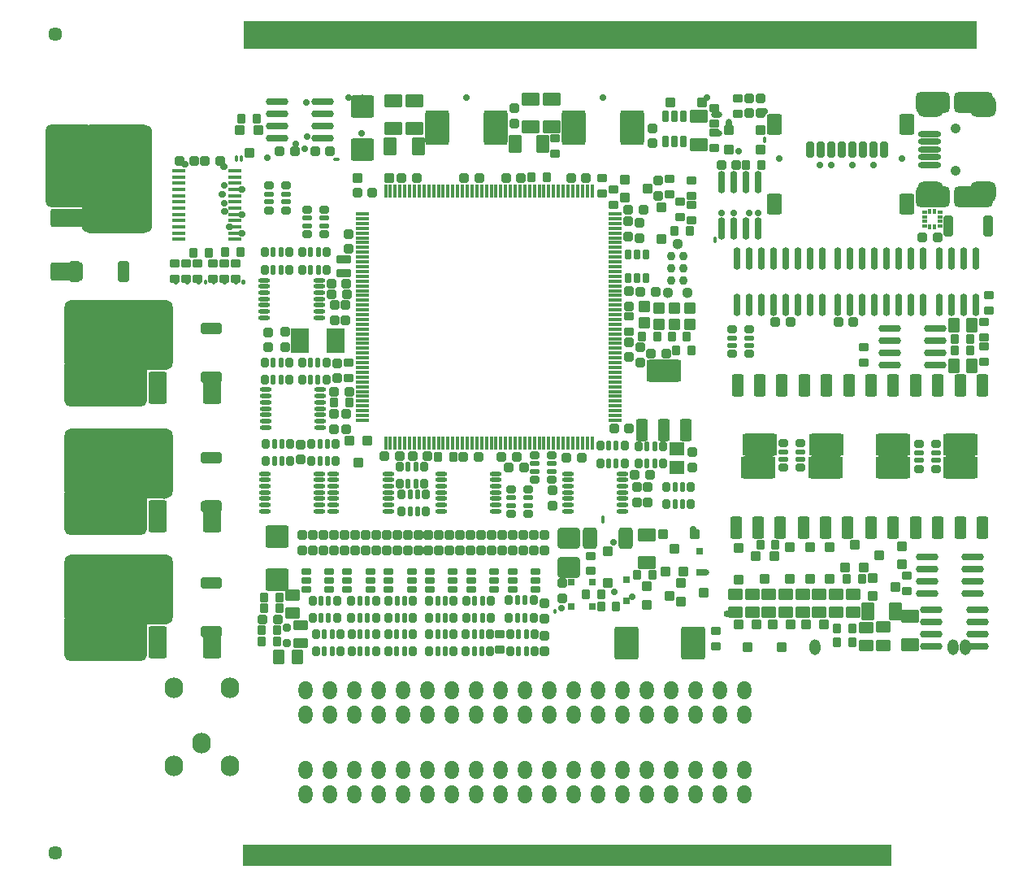
<source format=gts>
G75*
G70*
%OFA0B0*%
%FSLAX25Y25*%
%IPPOS*%
%LPD*%
%AMOC8*
5,1,8,0,0,1.08239X$1,22.5*
%
%AMM100*
21,1,0.044880,0.049210,0.000000,0.000000,90.000000*
21,1,0.031500,0.062600,0.000000,0.000000,90.000000*
1,1,0.013390,0.024610,0.015750*
1,1,0.013390,0.024610,-0.015750*
1,1,0.013390,-0.024610,-0.015750*
1,1,0.013390,-0.024610,0.015750*
%
%AMM111*
21,1,0.100000,0.111020,0.000000,0.000000,180.000000*
21,1,0.075590,0.135430,0.000000,0.000000,180.000000*
1,1,0.024410,-0.037800,0.055510*
1,1,0.024410,0.037800,0.055510*
1,1,0.024410,0.037800,-0.055510*
1,1,0.024410,-0.037800,-0.055510*
%
%AMM112*
21,1,0.029130,0.018900,0.000000,0.000000,270.000000*
21,1,0.018900,0.029130,0.000000,0.000000,270.000000*
1,1,0.010240,-0.009450,-0.009450*
1,1,0.010240,-0.009450,0.009450*
1,1,0.010240,0.009450,0.009450*
1,1,0.010240,0.009450,-0.009450*
%
%AMM113*
21,1,0.041340,0.026770,0.000000,0.000000,0.000000*
21,1,0.029130,0.038980,0.000000,0.000000,0.000000*
1,1,0.012210,0.014570,-0.013390*
1,1,0.012210,-0.014570,-0.013390*
1,1,0.012210,-0.014570,0.013390*
1,1,0.012210,0.014570,0.013390*
%
%AMM114*
21,1,0.029130,0.018900,0.000000,0.000000,180.000000*
21,1,0.018900,0.029130,0.000000,0.000000,180.000000*
1,1,0.010240,-0.009450,0.009450*
1,1,0.010240,0.009450,0.009450*
1,1,0.010240,0.009450,-0.009450*
1,1,0.010240,-0.009450,-0.009450*
%
%AMM115*
21,1,0.040950,0.030320,0.000000,0.000000,0.000000*
21,1,0.028350,0.042910,0.000000,0.000000,0.000000*
1,1,0.012600,0.014170,-0.015160*
1,1,0.012600,-0.014170,-0.015160*
1,1,0.012600,-0.014170,0.015160*
1,1,0.012600,0.014170,0.015160*
%
%AMM116*
21,1,0.084250,0.070870,0.000000,0.000000,270.000000*
21,1,0.062990,0.092130,0.000000,0.000000,270.000000*
1,1,0.021260,-0.035430,-0.031500*
1,1,0.021260,-0.035430,0.031500*
1,1,0.021260,0.035430,0.031500*
1,1,0.021260,0.035430,-0.031500*
%
%AMM117*
21,1,0.056690,0.068500,0.000000,0.000000,180.000000*
21,1,0.040950,0.084250,0.000000,0.000000,180.000000*
1,1,0.015750,-0.020470,0.034250*
1,1,0.015750,0.020470,0.034250*
1,1,0.015750,0.020470,-0.034250*
1,1,0.015750,-0.020470,-0.034250*
%
%AMM118*
21,1,0.038980,0.026770,0.000000,0.000000,90.000000*
21,1,0.026770,0.038980,0.000000,0.000000,90.000000*
1,1,0.012210,0.013390,0.013390*
1,1,0.012210,0.013390,-0.013390*
1,1,0.012210,-0.013390,-0.013390*
1,1,0.012210,-0.013390,0.013390*
%
%AMM119*
21,1,0.041340,0.026770,0.000000,0.000000,90.000000*
21,1,0.029130,0.038980,0.000000,0.000000,90.000000*
1,1,0.012210,0.013390,0.014570*
1,1,0.012210,0.013390,-0.014570*
1,1,0.012210,-0.013390,-0.014570*
1,1,0.012210,-0.013390,0.014570*
%
%AMM120*
21,1,0.076380,0.036220,0.000000,0.000000,180.000000*
21,1,0.061810,0.050790,0.000000,0.000000,180.000000*
1,1,0.014570,-0.030910,0.018110*
1,1,0.014570,0.030910,0.018110*
1,1,0.014570,0.030910,-0.018110*
1,1,0.014570,-0.030910,-0.018110*
%
%AMM125*
21,1,0.076380,0.036220,0.000000,0.000000,90.000000*
21,1,0.061810,0.050790,0.000000,0.000000,90.000000*
1,1,0.014570,0.018110,0.030910*
1,1,0.014570,0.018110,-0.030910*
1,1,0.014570,-0.018110,-0.030910*
1,1,0.014570,-0.018110,0.030910*
%
%AMM126*
21,1,0.092130,0.073230,0.000000,0.000000,90.000000*
21,1,0.069290,0.096060,0.000000,0.000000,90.000000*
1,1,0.022840,0.036610,0.034650*
1,1,0.022840,0.036610,-0.034650*
1,1,0.022840,-0.036610,-0.034650*
1,1,0.022840,-0.036610,0.034650*
%
%AMM127*
21,1,0.027170,0.038980,0.000000,0.000000,0.000000*
21,1,0.017320,0.048820,0.000000,0.000000,0.000000*
1,1,0.009840,0.008660,-0.019490*
1,1,0.009840,-0.008660,-0.019490*
1,1,0.009840,-0.008660,0.019490*
1,1,0.009840,0.008660,0.019490*
%
%AMM128*
21,1,0.098030,0.119290,0.000000,0.000000,180.000000*
21,1,0.074020,0.143310,0.000000,0.000000,180.000000*
1,1,0.024020,-0.037010,0.059650*
1,1,0.024020,0.037010,0.059650*
1,1,0.024020,0.037010,-0.059650*
1,1,0.024020,-0.037010,-0.059650*
%
%AMM131*
21,1,0.084250,0.045670,0.000000,0.000000,270.000000*
21,1,0.067320,0.062600,0.000000,0.000000,270.000000*
1,1,0.016930,-0.022840,-0.033660*
1,1,0.016930,-0.022840,0.033660*
1,1,0.016930,0.022840,0.033660*
1,1,0.016930,0.022840,-0.033660*
%
%AMM132*
21,1,0.064570,0.020470,0.000000,0.000000,270.000000*
21,1,0.053940,0.031100,0.000000,0.000000,270.000000*
1,1,0.010630,-0.010240,-0.026970*
1,1,0.010630,-0.010240,0.026970*
1,1,0.010630,0.010240,0.026970*
1,1,0.010630,0.010240,-0.026970*
%
%AMM139*
21,1,0.076380,0.036220,0.000000,0.000000,270.000000*
21,1,0.061810,0.050790,0.000000,0.000000,270.000000*
1,1,0.014570,-0.018110,-0.030910*
1,1,0.014570,-0.018110,0.030910*
1,1,0.014570,0.018110,0.030910*
1,1,0.014570,0.018110,-0.030910*
%
%AMM140*
21,1,0.040950,0.030320,0.000000,0.000000,90.000000*
21,1,0.028350,0.042910,0.000000,0.000000,90.000000*
1,1,0.012600,0.015160,0.014170*
1,1,0.012600,0.015160,-0.014170*
1,1,0.012600,-0.015160,-0.014170*
1,1,0.012600,-0.015160,0.014170*
%
%AMM141*
21,1,0.048820,0.075980,0.000000,0.000000,180.000000*
21,1,0.034650,0.090160,0.000000,0.000000,180.000000*
1,1,0.014170,-0.017320,0.037990*
1,1,0.014170,0.017320,0.037990*
1,1,0.014170,0.017320,-0.037990*
1,1,0.014170,-0.017320,-0.037990*
%
%AMM142*
21,1,0.048820,0.075990,0.000000,0.000000,180.000000*
21,1,0.034650,0.090160,0.000000,0.000000,180.000000*
1,1,0.014170,-0.017320,0.037990*
1,1,0.014170,0.017320,0.037990*
1,1,0.014170,0.017320,-0.037990*
1,1,0.014170,-0.017320,-0.037990*
%
%AMM143*
21,1,0.143310,0.067720,0.000000,0.000000,180.000000*
21,1,0.120870,0.090160,0.000000,0.000000,180.000000*
1,1,0.022440,-0.060430,0.033860*
1,1,0.022440,0.060430,0.033860*
1,1,0.022440,0.060430,-0.033860*
1,1,0.022440,-0.060430,-0.033860*
%
%AMM144*
21,1,0.044880,0.049210,0.000000,0.000000,0.000000*
21,1,0.031500,0.062600,0.000000,0.000000,0.000000*
1,1,0.013390,0.015750,-0.024610*
1,1,0.013390,-0.015750,-0.024610*
1,1,0.013390,-0.015750,0.024610*
1,1,0.013390,0.015750,0.024610*
%
%AMM146*
21,1,0.038980,0.026770,0.000000,0.000000,0.000000*
21,1,0.026770,0.038980,0.000000,0.000000,0.000000*
1,1,0.012210,0.013390,-0.013390*
1,1,0.012210,-0.013390,-0.013390*
1,1,0.012210,-0.013390,0.013390*
1,1,0.012210,0.013390,0.013390*
%
%AMM35*
21,1,0.015350,0.017720,0.000000,0.000000,180.000000*
21,1,0.000000,0.033070,0.000000,0.000000,180.000000*
1,1,0.015350,0.000000,0.008860*
1,1,0.015350,0.000000,0.008860*
1,1,0.015350,0.000000,-0.008860*
1,1,0.015350,0.000000,-0.008860*
%
%AMM36*
21,1,0.046850,0.070470,0.000000,0.000000,90.000000*
21,1,0.033070,0.084250,0.000000,0.000000,90.000000*
1,1,0.013780,0.035240,0.016540*
1,1,0.013780,0.035240,-0.016540*
1,1,0.013780,-0.035240,-0.016540*
1,1,0.013780,-0.035240,0.016540*
%
%AMM37*
21,1,0.444490,0.226770,0.000000,0.000000,180.000000*
21,1,0.382280,0.288980,0.000000,0.000000,180.000000*
1,1,0.062210,-0.191140,0.113390*
1,1,0.062210,0.191140,0.113390*
1,1,0.062210,0.191140,-0.113390*
1,1,0.062210,-0.191140,-0.113390*
%
%AMM38*
21,1,0.338190,0.149610,0.000000,0.000000,180.000000*
21,1,0.295280,0.192520,0.000000,0.000000,180.000000*
1,1,0.042910,-0.147640,0.074800*
1,1,0.042910,0.147640,0.074800*
1,1,0.042910,0.147640,-0.074800*
1,1,0.042910,-0.147640,-0.074800*
%
%AMM39*
21,1,0.046850,0.070470,0.000000,0.000000,0.000000*
21,1,0.033070,0.084250,0.000000,0.000000,0.000000*
1,1,0.013780,0.016540,-0.035240*
1,1,0.013780,-0.016540,-0.035240*
1,1,0.013780,-0.016540,0.035240*
1,1,0.013780,0.016540,0.035240*
%
%AMM40*
21,1,0.444490,0.226770,0.000000,0.000000,90.000000*
21,1,0.382280,0.288980,0.000000,0.000000,90.000000*
1,1,0.062210,0.113390,0.191140*
1,1,0.062210,0.113390,-0.191140*
1,1,0.062210,-0.113390,-0.191140*
1,1,0.062210,-0.113390,0.191140*
%
%AMM41*
21,1,0.338190,0.149610,0.000000,0.000000,90.000000*
21,1,0.295280,0.192520,0.000000,0.000000,90.000000*
1,1,0.042910,0.074800,0.147640*
1,1,0.042910,0.074800,-0.147640*
1,1,0.042910,-0.074800,-0.147640*
1,1,0.042910,-0.074800,0.147640*
%
%AMM42*
21,1,0.086220,0.097440,0.000000,0.000000,270.000000*
21,1,0.040350,0.143310,0.000000,0.000000,270.000000*
1,1,0.045870,-0.048720,-0.020180*
1,1,0.045870,-0.048720,0.020180*
1,1,0.045870,0.048720,0.020180*
1,1,0.045870,0.048720,-0.020180*
%
%AMM43*
21,1,0.086220,0.117130,0.000000,0.000000,270.000000*
21,1,0.040350,0.162990,0.000000,0.000000,270.000000*
1,1,0.045870,-0.058560,-0.020180*
1,1,0.045870,-0.058560,0.020180*
1,1,0.045870,0.058560,0.020180*
1,1,0.045870,0.058560,-0.020180*
%
%AMM44*
21,1,0.084250,0.059060,0.000000,0.000000,90.000000*
21,1,0.039370,0.103940,0.000000,0.000000,90.000000*
1,1,0.044880,0.029530,0.019680*
1,1,0.044880,0.029530,-0.019680*
1,1,0.044880,-0.029530,-0.019680*
1,1,0.044880,-0.029530,0.019680*
%
%AMM45*
21,1,0.038980,0.026770,0.000000,0.000000,180.000000*
21,1,0.026770,0.038980,0.000000,0.000000,180.000000*
1,1,0.012210,-0.013390,0.013390*
1,1,0.012210,0.013390,0.013390*
1,1,0.012210,0.013390,-0.013390*
1,1,0.012210,-0.013390,-0.013390*
%
%AMM46*
21,1,0.131500,0.056690,0.000000,0.000000,270.000000*
21,1,0.111810,0.076380,0.000000,0.000000,270.000000*
1,1,0.019680,-0.028350,-0.055910*
1,1,0.019680,-0.028350,0.055910*
1,1,0.019680,0.028350,0.055910*
1,1,0.019680,0.028350,-0.055910*
%
%AMM47*
21,1,0.037010,0.072440,0.000000,0.000000,180.000000*
21,1,0.025200,0.084250,0.000000,0.000000,180.000000*
1,1,0.011810,-0.012600,0.036220*
1,1,0.011810,0.012600,0.036220*
1,1,0.011810,0.012600,-0.036220*
1,1,0.011810,-0.012600,-0.036220*
%
%AMM48*
21,1,0.033070,0.030710,0.000000,0.000000,270.000000*
21,1,0.022050,0.041730,0.000000,0.000000,270.000000*
1,1,0.011020,-0.015350,-0.011020*
1,1,0.011020,-0.015350,0.011020*
1,1,0.011020,0.015350,0.011020*
1,1,0.011020,0.015350,-0.011020*
%
%AMM49*
21,1,0.131500,0.056690,0.000000,0.000000,180.000000*
21,1,0.111810,0.076380,0.000000,0.000000,180.000000*
1,1,0.019680,-0.055910,0.028350*
1,1,0.019680,0.055910,0.028350*
1,1,0.019680,0.055910,-0.028350*
1,1,0.019680,-0.055910,-0.028350*
%
%AMM72*
21,1,0.048820,0.075980,0.000000,0.000000,0.000000*
21,1,0.034650,0.090160,0.000000,0.000000,0.000000*
1,1,0.014170,0.017320,-0.037990*
1,1,0.014170,-0.017320,-0.037990*
1,1,0.014170,-0.017320,0.037990*
1,1,0.014170,0.017320,0.037990*
%
%AMM73*
21,1,0.048820,0.075990,0.000000,0.000000,0.000000*
21,1,0.034650,0.090160,0.000000,0.000000,0.000000*
1,1,0.014170,0.017320,-0.037990*
1,1,0.014170,-0.017320,-0.037990*
1,1,0.014170,-0.017320,0.037990*
1,1,0.014170,0.017320,0.037990*
%
%AMM74*
21,1,0.143310,0.067720,0.000000,0.000000,0.000000*
21,1,0.120870,0.090160,0.000000,0.000000,0.000000*
1,1,0.022440,0.060430,-0.033860*
1,1,0.022440,-0.060430,-0.033860*
1,1,0.022440,-0.060430,0.033860*
1,1,0.022440,0.060430,0.033860*
%
%AMM75*
21,1,0.031100,0.026380,0.000000,0.000000,90.000000*
21,1,0.020470,0.037010,0.000000,0.000000,90.000000*
1,1,0.010630,0.013190,0.010240*
1,1,0.010630,0.013190,-0.010240*
1,1,0.010630,-0.013190,-0.010240*
1,1,0.010630,-0.013190,0.010240*
%
%AMM76*
21,1,0.023230,0.027950,0.000000,0.000000,90.000000*
21,1,0.014170,0.037010,0.000000,0.000000,90.000000*
1,1,0.009060,0.013980,0.007090*
1,1,0.009060,0.013980,-0.007090*
1,1,0.009060,-0.013980,-0.007090*
1,1,0.009060,-0.013980,0.007090*
%
%AMM77*
21,1,0.038980,0.026770,0.000000,0.000000,270.000000*
21,1,0.026770,0.038980,0.000000,0.000000,270.000000*
1,1,0.012210,-0.013390,-0.013390*
1,1,0.012210,-0.013390,0.013390*
1,1,0.012210,0.013390,0.013390*
1,1,0.012210,0.013390,-0.013390*
%
%AMM78*
21,1,0.044880,0.035430,0.000000,0.000000,270.000000*
21,1,0.031500,0.048820,0.000000,0.000000,270.000000*
1,1,0.013390,-0.017720,-0.015750*
1,1,0.013390,-0.017720,0.015750*
1,1,0.013390,0.017720,0.015750*
1,1,0.013390,0.017720,-0.015750*
%
%AMM79*
21,1,0.033070,0.030710,0.000000,0.000000,180.000000*
21,1,0.022050,0.041730,0.000000,0.000000,180.000000*
1,1,0.011020,-0.011020,0.015350*
1,1,0.011020,0.011020,0.015350*
1,1,0.011020,0.011020,-0.015350*
1,1,0.011020,-0.011020,-0.015350*
%
%AMM80*
21,1,0.033070,0.030710,0.000000,0.000000,90.000000*
21,1,0.022050,0.041730,0.000000,0.000000,90.000000*
1,1,0.011020,0.015350,0.011020*
1,1,0.011020,0.015350,-0.011020*
1,1,0.011020,-0.015350,-0.011020*
1,1,0.011020,-0.015350,0.011020*
%
%AMM81*
21,1,0.040950,0.030320,0.000000,0.000000,270.000000*
21,1,0.028350,0.042910,0.000000,0.000000,270.000000*
1,1,0.012600,-0.015160,-0.014170*
1,1,0.012600,-0.015160,0.014170*
1,1,0.012600,0.015160,0.014170*
1,1,0.012600,0.015160,-0.014170*
%
%AMM82*
21,1,0.029130,0.030710,0.000000,0.000000,180.000000*
21,1,0.018900,0.040950,0.000000,0.000000,180.000000*
1,1,0.010240,-0.009450,0.015350*
1,1,0.010240,0.009450,0.015350*
1,1,0.010240,0.009450,-0.015350*
1,1,0.010240,-0.009450,-0.015350*
%
%AMM83*
21,1,0.031100,0.026380,0.000000,0.000000,0.000000*
21,1,0.020470,0.037010,0.000000,0.000000,0.000000*
1,1,0.010630,0.010240,-0.013190*
1,1,0.010630,-0.010240,-0.013190*
1,1,0.010630,-0.010240,0.013190*
1,1,0.010630,0.010240,0.013190*
%
%AMM84*
21,1,0.023230,0.027950,0.000000,0.000000,0.000000*
21,1,0.014170,0.037010,0.000000,0.000000,0.000000*
1,1,0.009060,0.007090,-0.013980*
1,1,0.009060,-0.007090,-0.013980*
1,1,0.009060,-0.007090,0.013980*
1,1,0.009060,0.007090,0.013980*
%
%AMM85*
21,1,0.041340,0.026770,0.000000,0.000000,270.000000*
21,1,0.029130,0.038980,0.000000,0.000000,270.000000*
1,1,0.012210,-0.013390,-0.014570*
1,1,0.012210,-0.013390,0.014570*
1,1,0.012210,0.013390,0.014570*
1,1,0.012210,0.013390,-0.014570*
%
%AMM86*
21,1,0.040950,0.030320,0.000000,0.000000,180.000000*
21,1,0.028350,0.042910,0.000000,0.000000,180.000000*
1,1,0.012600,-0.014170,0.015160*
1,1,0.012600,0.014170,0.015160*
1,1,0.012600,0.014170,-0.015160*
1,1,0.012600,-0.014170,-0.015160*
%
%AMM87*
21,1,0.033070,0.049610,0.000000,0.000000,270.000000*
21,1,0.022050,0.060630,0.000000,0.000000,270.000000*
1,1,0.011020,-0.024800,-0.011020*
1,1,0.011020,-0.024800,0.011020*
1,1,0.011020,0.024800,0.011020*
1,1,0.011020,0.024800,-0.011020*
%
%AMM88*
21,1,0.041340,0.026770,0.000000,0.000000,180.000000*
21,1,0.029130,0.038980,0.000000,0.000000,180.000000*
1,1,0.012210,-0.014570,0.013390*
1,1,0.012210,0.014570,0.013390*
1,1,0.012210,0.014570,-0.013390*
1,1,0.012210,-0.014570,-0.013390*
%
%AMM95*
21,1,0.040950,0.050000,0.000000,0.000000,270.000000*
21,1,0.028350,0.062600,0.000000,0.000000,270.000000*
1,1,0.012600,-0.025000,-0.014170*
1,1,0.012600,-0.025000,0.014170*
1,1,0.012600,0.025000,0.014170*
1,1,0.012600,0.025000,-0.014170*
%
%AMM96*
21,1,0.092130,0.073230,0.000000,0.000000,270.000000*
21,1,0.069290,0.096060,0.000000,0.000000,270.000000*
1,1,0.022840,-0.036610,-0.034650*
1,1,0.022840,-0.036610,0.034650*
1,1,0.022840,0.036610,0.034650*
1,1,0.022840,0.036610,-0.034650*
%
%AMM97*
21,1,0.044880,0.049210,0.000000,0.000000,180.000000*
21,1,0.031500,0.062600,0.000000,0.000000,180.000000*
1,1,0.013390,-0.015750,0.024610*
1,1,0.013390,0.015750,0.024610*
1,1,0.013390,0.015750,-0.024610*
1,1,0.013390,-0.015750,-0.024610*
%
%AMM98*
21,1,0.029130,0.030710,0.000000,0.000000,90.000000*
21,1,0.018900,0.040950,0.000000,0.000000,90.000000*
1,1,0.010240,0.015350,0.009450*
1,1,0.010240,0.015350,-0.009450*
1,1,0.010240,-0.015350,-0.009450*
1,1,0.010240,-0.015350,0.009450*
%
%AMM99*
21,1,0.033070,0.030710,0.000000,0.000000,0.000000*
21,1,0.022050,0.041730,0.000000,0.000000,0.000000*
1,1,0.011020,0.011020,-0.015350*
1,1,0.011020,-0.011020,-0.015350*
1,1,0.011020,-0.011020,0.015350*
1,1,0.011020,0.011020,0.015350*
%
%ADD101O,0.01417X0.05669*%
%ADD102O,0.09213X0.02913*%
%ADD103C,0.03651*%
%ADD104C,0.04451*%
%ADD106M131*%
%ADD111M45*%
%ADD115M88*%
%ADD116M37*%
%ADD119M40*%
%ADD121M43*%
%ADD122M82*%
%ADD124R,0.04488X0.08425*%
%ADD125R,0.04232X0.39685*%
%ADD132O,0.01535X0.02520*%
%ADD142M114*%
%ADD145O,0.04488X0.06457*%
%ADD147M126*%
%ADD151M78*%
%ADD154M87*%
%ADD155M146*%
%ADD158M38*%
%ADD16M111*%
%ADD161M98*%
%ADD162M141*%
%ADD163O,0.02913X0.09213*%
%ADD165M42*%
%ADD172M127*%
%ADD176C,0.04095*%
%ADD177R,0.04488X0.12362*%
%ADD188M75*%
%ADD190M39*%
%ADD198M99*%
%ADD20M81*%
%ADD203M84*%
%ADD204C,0.03701*%
%ADD206M120*%
%ADD208M132*%
%ADD209M86*%
%ADD210M72*%
%ADD212M113*%
%ADD213O,0.05669X0.01417*%
%ADD216M46*%
%ADD219M140*%
%ADD22M112*%
%ADD222R,2.65847X0.08563*%
%ADD224M144*%
%ADD226O,0.04488X0.02520*%
%ADD229M128*%
%ADD230R,0.06457X0.05669*%
%ADD237M96*%
%ADD239M73*%
%ADD24M100*%
%ADD241R,0.08425X0.04488*%
%ADD246M119*%
%ADD25R,0.39685X0.04232*%
%ADD250M85*%
%ADD253O,0.02520X0.01535*%
%ADD254M44*%
%ADD255C,0.04488*%
%ADD256O,0.09409X0.02520*%
%ADD259R,0.12362X0.04488*%
%ADD263O,0.01339X0.03307*%
%ADD272C,0.00551*%
%ADD282O,0.07638X0.08425*%
%ADD285M118*%
%ADD288C,0.05701*%
%ADD289M116*%
%ADD297M47*%
%ADD299M142*%
%ADD300M74*%
%ADD31O,0.05512X0.01535*%
%ADD37O,0.02520X0.04488*%
%ADD38M35*%
%ADD45M143*%
%ADD48R,0.07244X0.10000*%
%ADD49O,0.01339X0.02520*%
%ADD52M80*%
%ADD55M115*%
%ADD57O,0.01339X0.02126*%
%ADD58M79*%
%ADD59R,3.01083X0.11614*%
%ADD62O,0.04882X0.01732*%
%ADD68M49*%
%ADD73R,0.01535X0.01929*%
%ADD80R,0.01929X0.01535*%
%ADD81M36*%
%ADD83O,0.03701X0.02913*%
%ADD84M76*%
%ADD85M41*%
%ADD86M97*%
%ADD88M77*%
%ADD89M83*%
%ADD90C,0.02913*%
%ADD91M139*%
%ADD92O,0.05669X0.07638*%
%ADD93M125*%
%ADD96M95*%
%ADD97M117*%
%ADD98M48*%
X0000000Y0000000D02*
G01*
G75*
G36*
X0369370Y0262219D02*
X0369228Y0262219D01*
X0369228Y0264921D01*
X0369370Y0264921D01*
X0369370Y0262219D01*
D02*
G37*
G36*
X0369370Y0265548D02*
X0369131Y0265548D01*
X0369131Y0266890D01*
X0369370Y0266890D01*
X0369370Y0265548D01*
D02*
G37*
G36*
X0369370Y0268852D02*
X0369181Y0268852D01*
X0369181Y0268858D01*
X0369370Y0268858D01*
X0369370Y0268852D01*
D02*
G37*
D125*
X0011860Y0105059D02*
D03*
X0011860Y0156634D02*
D03*
X0011861Y0209390D02*
D03*
D25*
X0022776Y0301526D02*
D03*
D222*
X0215699Y0004281D02*
D03*
D59*
X0233317Y0340650D02*
D03*
D49*
X0210630Y0104331D02*
D03*
D226*
X0271752Y0120276D02*
D03*
X0277047Y0307973D02*
D03*
X0277047Y0300492D02*
D03*
D132*
X0081988Y0289862D02*
D03*
X0080020Y0289862D02*
D03*
D253*
X0120768Y0289665D02*
D03*
D132*
X0276260Y0256693D02*
D03*
D263*
X0296634Y0297638D02*
D03*
D37*
X0281791Y0304035D02*
D03*
D145*
X0317231Y0089582D02*
D03*
X0373825Y0089582D02*
D03*
X0378769Y0089582D02*
D03*
D83*
X0281581Y0103347D02*
D03*
D38*
X0230315Y0141929D02*
D03*
D57*
X0067422Y0239273D02*
D03*
X0070728Y0239273D02*
D03*
X0064468Y0239273D02*
D03*
X0075354Y0239273D02*
D03*
X0079980Y0239273D02*
D03*
X0082972Y0239273D02*
D03*
X0059842Y0239273D02*
D03*
X0055216Y0239273D02*
D03*
D81*
X0069685Y0115905D02*
D03*
X0069685Y0095906D02*
D03*
X0069685Y0167480D02*
D03*
X0069685Y0147480D02*
D03*
X0069685Y0220236D02*
D03*
X0069685Y0200236D02*
D03*
D259*
X0018602Y0093012D02*
D03*
X0018602Y0105905D02*
D03*
X0018602Y0118799D02*
D03*
X0038484Y0106004D02*
D03*
X0038484Y0118898D02*
D03*
X0018602Y0144587D02*
D03*
X0018602Y0157480D02*
D03*
X0018602Y0170374D02*
D03*
X0038484Y0157579D02*
D03*
X0038484Y0170472D02*
D03*
X0018602Y0197343D02*
D03*
X0018602Y0210236D02*
D03*
X0018602Y0223130D02*
D03*
X0038484Y0210335D02*
D03*
X0038484Y0223228D02*
D03*
D241*
X0036515Y0093110D02*
D03*
X0036515Y0144685D02*
D03*
X0036515Y0197441D02*
D03*
D116*
X0031693Y0113287D02*
D03*
X0031693Y0164862D02*
D03*
X0031693Y0217618D02*
D03*
D158*
X0026378Y0093701D02*
D03*
X0026378Y0145276D02*
D03*
X0026378Y0198031D02*
D03*
D190*
X0033622Y0243701D02*
D03*
X0013622Y0243701D02*
D03*
D177*
X0010728Y0294783D02*
D03*
X0023622Y0294783D02*
D03*
X0036516Y0294783D02*
D03*
X0023720Y0274902D02*
D03*
X0036614Y0274902D02*
D03*
D124*
X0010827Y0276870D02*
D03*
D119*
X0031004Y0281693D02*
D03*
D85*
X0011417Y0287008D02*
D03*
D165*
X0365547Y0313091D02*
D03*
X0365547Y0274311D02*
D03*
D121*
X0382279Y0313091D02*
D03*
X0382279Y0274311D02*
D03*
D254*
X0364642Y0276181D02*
D03*
X0386098Y0276181D02*
D03*
X0386098Y0311221D02*
D03*
X0364642Y0311221D02*
D03*
D256*
X0364268Y0293701D02*
D03*
X0364268Y0290551D02*
D03*
X0364268Y0287402D02*
D03*
X0364268Y0296850D02*
D03*
X0364268Y0300000D02*
D03*
D80*
X0362205Y0266142D02*
D03*
X0362205Y0264173D02*
D03*
X0362205Y0268110D02*
D03*
X0362205Y0262205D02*
D03*
X0368504Y0268110D02*
D03*
X0368504Y0266142D02*
D03*
X0368504Y0264173D02*
D03*
X0368504Y0262205D02*
D03*
D73*
X0364370Y0268307D02*
D03*
X0366339Y0268307D02*
D03*
X0366339Y0262008D02*
D03*
X0364370Y0262008D02*
D03*
D111*
X0367480Y0257776D02*
D03*
X0361260Y0257776D02*
D03*
D216*
X0069784Y0091732D02*
D03*
X0047736Y0091732D02*
D03*
X0047736Y0196063D02*
D03*
X0069784Y0196063D02*
D03*
X0047736Y0143307D02*
D03*
X0069784Y0143307D02*
D03*
D297*
X0388387Y0262319D02*
D03*
X0371851Y0262319D02*
D03*
D98*
X0276673Y0096260D02*
D03*
X0276673Y0089961D02*
D03*
D68*
X0010236Y0243602D02*
D03*
X0010236Y0265650D02*
D03*
D90*
X0234744Y0132776D02*
D03*
X0213287Y0105807D02*
D03*
X0242224Y0110236D02*
D03*
X0267126Y0137992D02*
D03*
X0234813Y0112175D02*
D03*
X0352772Y0290075D02*
D03*
X0319390Y0287402D02*
D03*
X0302756Y0290039D02*
D03*
X0332579Y0287402D02*
D03*
X0341339Y0287402D02*
D03*
X0324016Y0287402D02*
D03*
X0296555Y0309350D02*
D03*
X0104331Y0296063D02*
D03*
X0107776Y0293996D02*
D03*
X0108957Y0299016D02*
D03*
X0108661Y0312992D02*
D03*
X0290354Y0267815D02*
D03*
X0293898Y0267815D02*
D03*
X0278839Y0267815D02*
D03*
X0283858Y0267815D02*
D03*
X0286043Y0293110D02*
D03*
X0230118Y0315158D02*
D03*
X0273031Y0315158D02*
D03*
X0131398Y0300197D02*
D03*
X0174213Y0315158D02*
D03*
X0125932Y0315158D02*
D03*
X0075059Y0279035D02*
D03*
X0082284Y0277362D02*
D03*
X0074213Y0275197D02*
D03*
X0075059Y0271752D02*
D03*
X0082284Y0267126D02*
D03*
X0075354Y0268406D02*
D03*
X0077126Y0262008D02*
D03*
X0082284Y0259449D02*
D03*
X0075000Y0286516D02*
D03*
X0058957Y0287697D02*
D03*
D272*
X0312205Y0052165D02*
D03*
X0319882Y0021457D02*
D03*
X0028346Y0021457D02*
D03*
X0036024Y0052165D02*
D03*
X0034331Y0073150D02*
D03*
X0316496Y0073150D02*
D03*
X0015079Y0039449D02*
D03*
X0333701Y0039449D02*
D03*
X0250590Y0317717D02*
D03*
D282*
X0054331Y0041142D02*
D03*
X0077165Y0041142D02*
D03*
X0065748Y0050315D02*
D03*
X0054331Y0073150D02*
D03*
X0077165Y0073150D02*
D03*
D92*
X0208307Y0062087D02*
D03*
X0288307Y0072087D02*
D03*
X0288307Y0062087D02*
D03*
X0278307Y0072087D02*
D03*
X0278307Y0062087D02*
D03*
X0268307Y0072087D02*
D03*
X0268307Y0062087D02*
D03*
X0258307Y0072087D02*
D03*
X0258307Y0062087D02*
D03*
X0248307Y0072087D02*
D03*
X0248307Y0062087D02*
D03*
X0238307Y0072087D02*
D03*
X0238307Y0062087D02*
D03*
X0228307Y0072087D02*
D03*
X0228307Y0062087D02*
D03*
X0218307Y0072087D02*
D03*
X0218307Y0062087D02*
D03*
X0208307Y0072087D02*
D03*
X0208307Y0029331D02*
D03*
X0288307Y0039331D02*
D03*
X0288307Y0029331D02*
D03*
X0278307Y0039331D02*
D03*
X0278307Y0029331D02*
D03*
X0268307Y0039331D02*
D03*
X0268307Y0029331D02*
D03*
X0258307Y0039331D02*
D03*
X0258307Y0029331D02*
D03*
X0248307Y0039331D02*
D03*
X0248307Y0029331D02*
D03*
X0238307Y0039331D02*
D03*
X0238307Y0029331D02*
D03*
X0228307Y0039331D02*
D03*
X0228307Y0029331D02*
D03*
X0218307Y0039331D02*
D03*
X0218307Y0029331D02*
D03*
X0208307Y0039331D02*
D03*
X0108307Y0062087D02*
D03*
X0108307Y0072087D02*
D03*
X0118307Y0062087D02*
D03*
X0118307Y0072087D02*
D03*
X0128307Y0062087D02*
D03*
X0128307Y0072087D02*
D03*
X0138307Y0062087D02*
D03*
X0138307Y0072087D02*
D03*
X0148307Y0062087D02*
D03*
X0148307Y0072087D02*
D03*
X0158307Y0062087D02*
D03*
X0158307Y0072087D02*
D03*
X0168307Y0062087D02*
D03*
X0168307Y0072087D02*
D03*
X0178307Y0062087D02*
D03*
X0178307Y0072087D02*
D03*
X0188307Y0062087D02*
D03*
X0188307Y0072087D02*
D03*
X0198307Y0062087D02*
D03*
X0198307Y0072087D02*
D03*
X0108307Y0029331D02*
D03*
X0108307Y0039331D02*
D03*
X0118307Y0029331D02*
D03*
X0118307Y0039331D02*
D03*
X0128307Y0029331D02*
D03*
X0128307Y0039331D02*
D03*
X0138307Y0029331D02*
D03*
X0138307Y0039331D02*
D03*
X0148307Y0029331D02*
D03*
X0148307Y0039331D02*
D03*
X0158307Y0029331D02*
D03*
X0158307Y0039331D02*
D03*
X0168307Y0029331D02*
D03*
X0168307Y0039331D02*
D03*
X0178307Y0029331D02*
D03*
X0178307Y0039331D02*
D03*
X0188307Y0029331D02*
D03*
X0188307Y0039331D02*
D03*
X0198307Y0029331D02*
D03*
X0198307Y0039331D02*
D03*
D176*
X0374799Y0285039D02*
D03*
X0374799Y0302362D02*
D03*
D288*
X0005630Y0341024D02*
D03*
X0343012Y0005433D02*
D03*
X0005630Y0005433D02*
D03*
D255*
X0028543Y0124114D02*
D03*
X0028543Y0112106D02*
D03*
X0028543Y0099803D02*
D03*
X0028543Y0087795D02*
D03*
X0040944Y0087795D02*
D03*
X0035728Y0087795D02*
D03*
X0040944Y0099803D02*
D03*
X0035728Y0099803D02*
D03*
X0042913Y0112106D02*
D03*
X0035728Y0112106D02*
D03*
X0035728Y0124114D02*
D03*
X0042913Y0124114D02*
D03*
X0050098Y0101181D02*
D03*
X0050098Y0112106D02*
D03*
X0050098Y0124114D02*
D03*
X0028543Y0093799D02*
D03*
X0028543Y0105905D02*
D03*
X0028543Y0118110D02*
D03*
X0050098Y0118110D02*
D03*
X0050098Y0106102D02*
D03*
X0028543Y0175689D02*
D03*
X0028543Y0163681D02*
D03*
X0028543Y0151378D02*
D03*
X0028543Y0139370D02*
D03*
X0040944Y0139370D02*
D03*
X0035728Y0139370D02*
D03*
X0040944Y0151378D02*
D03*
X0035728Y0151378D02*
D03*
X0042913Y0163681D02*
D03*
X0035728Y0163681D02*
D03*
X0035728Y0175689D02*
D03*
X0042913Y0175689D02*
D03*
X0050098Y0152756D02*
D03*
X0050098Y0163681D02*
D03*
X0050098Y0175689D02*
D03*
X0028543Y0145374D02*
D03*
X0028543Y0157480D02*
D03*
X0028543Y0169685D02*
D03*
X0050098Y0169685D02*
D03*
X0050098Y0157677D02*
D03*
X0028543Y0228445D02*
D03*
X0028543Y0216437D02*
D03*
X0028543Y0204134D02*
D03*
X0028543Y0192126D02*
D03*
X0040944Y0192126D02*
D03*
X0035728Y0192126D02*
D03*
X0040944Y0204134D02*
D03*
X0035728Y0204134D02*
D03*
X0042913Y0216437D02*
D03*
X0035728Y0216437D02*
D03*
X0035728Y0228445D02*
D03*
X0042913Y0228445D02*
D03*
X0050098Y0205512D02*
D03*
X0050098Y0216437D02*
D03*
X0050098Y0228445D02*
D03*
X0028543Y0198130D02*
D03*
X0028543Y0210236D02*
D03*
X0028543Y0222441D02*
D03*
X0050098Y0222441D02*
D03*
X0050098Y0210433D02*
D03*
X0041831Y0284843D02*
D03*
X0029823Y0284843D02*
D03*
X0017520Y0284843D02*
D03*
X0005512Y0284843D02*
D03*
X0005512Y0272441D02*
D03*
X0005512Y0277658D02*
D03*
X0017520Y0272441D02*
D03*
X0017520Y0277658D02*
D03*
X0029823Y0270473D02*
D03*
X0029823Y0277658D02*
D03*
X0041831Y0277658D02*
D03*
X0041831Y0270473D02*
D03*
X0018898Y0263288D02*
D03*
X0029823Y0263288D02*
D03*
X0041831Y0263288D02*
D03*
X0011516Y0284842D02*
D03*
X0023622Y0284842D02*
D03*
X0035827Y0284843D02*
D03*
X0035827Y0263288D02*
D03*
X0023819Y0263288D02*
D03*
X0087382Y0140157D02*
G01*
G75*
D210*
X0246240Y0178740D02*
D03*
X0264351Y0178740D02*
D03*
D239*
X0255295Y0178740D02*
D03*
D300*
X0255295Y0203149D02*
D03*
D38*
X0230315Y0141929D02*
D03*
D188*
X0100276Y0278838D02*
D03*
X0093189Y0278838D02*
D03*
X0093189Y0268799D02*
D03*
X0100276Y0268799D02*
D03*
X0115886Y0269074D02*
D03*
X0108799Y0269074D02*
D03*
X0108799Y0259034D02*
D03*
X0115886Y0259034D02*
D03*
X0192599Y0154429D02*
D03*
X0199685Y0154429D02*
D03*
X0199685Y0144389D02*
D03*
X0192599Y0144389D02*
D03*
X0202244Y0168307D02*
D03*
X0209331Y0168307D02*
D03*
X0209331Y0158267D02*
D03*
X0202244Y0158267D02*
D03*
D84*
X0093189Y0272244D02*
D03*
X0093189Y0275393D02*
D03*
X0100276Y0275393D02*
D03*
X0100276Y0272244D02*
D03*
X0108799Y0262479D02*
D03*
X0108799Y0265629D02*
D03*
X0115886Y0265629D02*
D03*
X0115886Y0262479D02*
D03*
X0192599Y0150984D02*
D03*
X0192599Y0147834D02*
D03*
X0199685Y0147834D02*
D03*
X0199685Y0150984D02*
D03*
X0202244Y0164862D02*
D03*
X0202244Y0161712D02*
D03*
X0209331Y0161712D02*
D03*
X0209331Y0164862D02*
D03*
D62*
X0215925Y0160826D02*
D03*
X0215925Y0158267D02*
D03*
X0215925Y0155708D02*
D03*
X0215925Y0153149D02*
D03*
X0215925Y0150590D02*
D03*
X0215925Y0148031D02*
D03*
X0215925Y0145472D02*
D03*
X0238366Y0160826D02*
D03*
X0238366Y0158267D02*
D03*
X0238366Y0155708D02*
D03*
X0238366Y0153149D02*
D03*
X0238366Y0150590D02*
D03*
X0238366Y0148031D02*
D03*
X0238366Y0145472D02*
D03*
X0091909Y0195177D02*
D03*
X0091909Y0192618D02*
D03*
X0091909Y0190059D02*
D03*
X0091909Y0187500D02*
D03*
X0091909Y0184940D02*
D03*
X0091909Y0182381D02*
D03*
X0091909Y0179822D02*
D03*
X0114351Y0195177D02*
D03*
X0114351Y0192618D02*
D03*
X0114351Y0190059D02*
D03*
X0114351Y0187500D02*
D03*
X0114351Y0184940D02*
D03*
X0114351Y0182381D02*
D03*
X0114351Y0179822D02*
D03*
X0091417Y0240157D02*
D03*
X0091417Y0237598D02*
D03*
X0091417Y0235039D02*
D03*
X0091417Y0232480D02*
D03*
X0091417Y0229921D02*
D03*
X0091417Y0227362D02*
D03*
X0091417Y0224803D02*
D03*
X0113858Y0240157D02*
D03*
X0113858Y0237598D02*
D03*
X0113858Y0235039D02*
D03*
X0113858Y0232480D02*
D03*
X0113858Y0229921D02*
D03*
X0113858Y0227362D02*
D03*
X0113858Y0224803D02*
D03*
X0142106Y0145472D02*
D03*
X0142106Y0148031D02*
D03*
X0142106Y0150590D02*
D03*
X0142106Y0153149D02*
D03*
X0142106Y0155708D02*
D03*
X0142106Y0158267D02*
D03*
X0142106Y0160826D02*
D03*
X0119666Y0145472D02*
D03*
X0119666Y0148031D02*
D03*
X0119666Y0150590D02*
D03*
X0119666Y0153149D02*
D03*
X0119666Y0155708D02*
D03*
X0119666Y0158267D02*
D03*
X0119666Y0160826D02*
D03*
X0186398Y0145472D02*
D03*
X0186398Y0148031D02*
D03*
X0186398Y0150590D02*
D03*
X0186398Y0153149D02*
D03*
X0186398Y0155708D02*
D03*
X0186398Y0158267D02*
D03*
X0186398Y0160826D02*
D03*
X0163957Y0145472D02*
D03*
X0163957Y0148031D02*
D03*
X0163957Y0150590D02*
D03*
X0163957Y0153149D02*
D03*
X0163957Y0155708D02*
D03*
X0163957Y0158267D02*
D03*
X0163957Y0160826D02*
D03*
X0091614Y0160826D02*
D03*
X0091614Y0158267D02*
D03*
X0091614Y0155708D02*
D03*
X0091614Y0153149D02*
D03*
X0091614Y0150590D02*
D03*
X0091614Y0148031D02*
D03*
X0091614Y0145472D02*
D03*
X0114055Y0160826D02*
D03*
X0114055Y0158267D02*
D03*
X0114055Y0155708D02*
D03*
X0114055Y0153149D02*
D03*
X0114055Y0150590D02*
D03*
X0114055Y0148031D02*
D03*
X0114055Y0145472D02*
D03*
D213*
X0131673Y0267322D02*
D03*
X0131673Y0265354D02*
D03*
X0131673Y0263385D02*
D03*
X0131673Y0261417D02*
D03*
X0131673Y0259448D02*
D03*
X0131673Y0257480D02*
D03*
X0131673Y0255511D02*
D03*
X0131673Y0253543D02*
D03*
X0131673Y0251574D02*
D03*
X0131673Y0249606D02*
D03*
X0131673Y0247637D02*
D03*
X0131673Y0245669D02*
D03*
X0131673Y0243700D02*
D03*
X0131673Y0241732D02*
D03*
X0131673Y0239763D02*
D03*
X0131673Y0237795D02*
D03*
X0131673Y0235826D02*
D03*
X0131673Y0233858D02*
D03*
X0131673Y0231889D02*
D03*
X0131673Y0229921D02*
D03*
X0131673Y0227952D02*
D03*
X0131673Y0225984D02*
D03*
X0131673Y0224015D02*
D03*
X0131673Y0222047D02*
D03*
X0131673Y0220078D02*
D03*
X0131673Y0218110D02*
D03*
X0131673Y0216141D02*
D03*
X0131673Y0214173D02*
D03*
X0131673Y0212204D02*
D03*
X0131673Y0210236D02*
D03*
X0131673Y0208267D02*
D03*
X0131673Y0206299D02*
D03*
X0131673Y0204330D02*
D03*
X0131673Y0202362D02*
D03*
X0131673Y0200393D02*
D03*
X0131673Y0198425D02*
D03*
X0131673Y0196456D02*
D03*
X0131673Y0194488D02*
D03*
X0131673Y0192519D02*
D03*
X0131673Y0190551D02*
D03*
X0131673Y0188582D02*
D03*
X0131673Y0186614D02*
D03*
X0131673Y0184645D02*
D03*
X0131673Y0182677D02*
D03*
X0235217Y0182677D02*
D03*
X0235217Y0184645D02*
D03*
X0235217Y0186614D02*
D03*
X0235217Y0188582D02*
D03*
X0235217Y0190551D02*
D03*
X0235217Y0192519D02*
D03*
X0235217Y0194488D02*
D03*
X0235217Y0196456D02*
D03*
X0235217Y0198425D02*
D03*
X0235217Y0200393D02*
D03*
X0235217Y0202362D02*
D03*
X0235217Y0204330D02*
D03*
X0235217Y0206299D02*
D03*
X0235217Y0208267D02*
D03*
X0235217Y0210236D02*
D03*
X0235217Y0212204D02*
D03*
X0235217Y0214173D02*
D03*
X0235217Y0216141D02*
D03*
X0235217Y0218110D02*
D03*
X0235217Y0220078D02*
D03*
X0235217Y0222047D02*
D03*
X0235217Y0224015D02*
D03*
X0235217Y0225984D02*
D03*
X0235217Y0227952D02*
D03*
X0235217Y0229921D02*
D03*
X0235217Y0231889D02*
D03*
X0235217Y0233858D02*
D03*
X0235217Y0235826D02*
D03*
X0235217Y0237795D02*
D03*
X0235217Y0239763D02*
D03*
X0235217Y0241732D02*
D03*
X0235217Y0243700D02*
D03*
X0235217Y0245669D02*
D03*
X0235217Y0247637D02*
D03*
X0235217Y0249606D02*
D03*
X0235217Y0251574D02*
D03*
X0235217Y0253543D02*
D03*
X0235217Y0255511D02*
D03*
X0235217Y0257480D02*
D03*
X0235217Y0259448D02*
D03*
X0235217Y0261417D02*
D03*
X0235217Y0263385D02*
D03*
X0235217Y0265354D02*
D03*
X0235217Y0267322D02*
D03*
D101*
X0141122Y0173228D02*
D03*
X0143091Y0173228D02*
D03*
X0145059Y0173228D02*
D03*
X0147028Y0173228D02*
D03*
X0148996Y0173228D02*
D03*
X0150965Y0173228D02*
D03*
X0152933Y0173228D02*
D03*
X0154902Y0173228D02*
D03*
X0156870Y0173228D02*
D03*
X0158839Y0173228D02*
D03*
X0160807Y0173228D02*
D03*
X0162776Y0173228D02*
D03*
X0164744Y0173228D02*
D03*
X0166713Y0173228D02*
D03*
X0168681Y0173228D02*
D03*
X0170650Y0173228D02*
D03*
X0172618Y0173228D02*
D03*
X0174587Y0173228D02*
D03*
X0176555Y0173228D02*
D03*
X0178524Y0173228D02*
D03*
X0180492Y0173228D02*
D03*
X0182461Y0173228D02*
D03*
X0184429Y0173228D02*
D03*
X0186398Y0173228D02*
D03*
X0188366Y0173228D02*
D03*
X0190335Y0173228D02*
D03*
X0192303Y0173228D02*
D03*
X0194272Y0173228D02*
D03*
X0196240Y0173228D02*
D03*
X0198209Y0173228D02*
D03*
X0200177Y0173228D02*
D03*
X0202146Y0173228D02*
D03*
X0204114Y0173228D02*
D03*
X0206083Y0173228D02*
D03*
X0208051Y0173228D02*
D03*
X0210020Y0173228D02*
D03*
X0211988Y0173228D02*
D03*
X0213957Y0173228D02*
D03*
X0215925Y0173228D02*
D03*
X0217894Y0173228D02*
D03*
X0219862Y0173228D02*
D03*
X0221831Y0173228D02*
D03*
X0223799Y0173228D02*
D03*
X0225768Y0173228D02*
D03*
X0225768Y0276771D02*
D03*
X0223799Y0276771D02*
D03*
X0221831Y0276771D02*
D03*
X0219862Y0276771D02*
D03*
X0217894Y0276771D02*
D03*
X0215925Y0276771D02*
D03*
X0213957Y0276771D02*
D03*
X0211988Y0276771D02*
D03*
X0210020Y0276771D02*
D03*
X0208051Y0276771D02*
D03*
X0206083Y0276771D02*
D03*
X0204114Y0276771D02*
D03*
X0202146Y0276771D02*
D03*
X0200177Y0276771D02*
D03*
X0198209Y0276771D02*
D03*
X0196240Y0276771D02*
D03*
X0194272Y0276771D02*
D03*
X0192303Y0276771D02*
D03*
X0190335Y0276771D02*
D03*
X0188366Y0276771D02*
D03*
X0186398Y0276771D02*
D03*
X0184429Y0276771D02*
D03*
X0182461Y0276771D02*
D03*
X0180492Y0276771D02*
D03*
X0178524Y0276771D02*
D03*
X0176555Y0276771D02*
D03*
X0174587Y0276771D02*
D03*
X0172618Y0276771D02*
D03*
X0170650Y0276771D02*
D03*
X0168681Y0276771D02*
D03*
X0166713Y0276771D02*
D03*
X0164744Y0276771D02*
D03*
X0162776Y0276771D02*
D03*
X0160807Y0276771D02*
D03*
X0158839Y0276771D02*
D03*
X0156870Y0276771D02*
D03*
X0154902Y0276771D02*
D03*
X0152933Y0276771D02*
D03*
X0150965Y0276771D02*
D03*
X0148996Y0276771D02*
D03*
X0147028Y0276771D02*
D03*
X0145059Y0276771D02*
D03*
X0143091Y0276771D02*
D03*
X0141122Y0276771D02*
D03*
D111*
X0243327Y0160236D02*
D03*
X0249547Y0160236D02*
D03*
X0240571Y0268897D02*
D03*
X0246791Y0268897D02*
D03*
X0249921Y0210039D02*
D03*
X0256142Y0210039D02*
D03*
X0152185Y0167913D02*
D03*
X0158406Y0167913D02*
D03*
X0223327Y0281968D02*
D03*
X0217106Y0281968D02*
D03*
X0215276Y0167322D02*
D03*
X0221496Y0167322D02*
D03*
X0129449Y0275984D02*
D03*
X0135669Y0275984D02*
D03*
X0245689Y0235334D02*
D03*
X0251909Y0235334D02*
D03*
X0140669Y0167913D02*
D03*
X0146890Y0167913D02*
D03*
X0191555Y0163188D02*
D03*
X0197776Y0163188D02*
D03*
X0125138Y0234350D02*
D03*
X0118918Y0234350D02*
D03*
X0153878Y0282086D02*
D03*
X0147658Y0282086D02*
D03*
X0173347Y0281988D02*
D03*
X0179567Y0281988D02*
D03*
X0190473Y0281988D02*
D03*
X0196693Y0281988D02*
D03*
X0240984Y0179429D02*
D03*
X0234764Y0179429D02*
D03*
X0179173Y0167519D02*
D03*
X0172953Y0167519D02*
D03*
X0194823Y0167618D02*
D03*
X0188603Y0167618D02*
D03*
X0125039Y0238680D02*
D03*
X0118819Y0238680D02*
D03*
X0120000Y0194389D02*
D03*
X0126221Y0194389D02*
D03*
D88*
X0253032Y0280866D02*
D03*
X0253032Y0274645D02*
D03*
X0266811Y0163425D02*
D03*
X0266811Y0169645D02*
D03*
X0240630Y0258110D02*
D03*
X0240630Y0264330D02*
D03*
X0124685Y0223759D02*
D03*
X0124685Y0229980D02*
D03*
X0245158Y0257322D02*
D03*
X0245158Y0263543D02*
D03*
X0209725Y0147677D02*
D03*
X0209725Y0153897D02*
D03*
X0244173Y0149153D02*
D03*
X0244173Y0155374D02*
D03*
X0248603Y0155373D02*
D03*
X0248603Y0149153D02*
D03*
X0099882Y0218858D02*
D03*
X0099882Y0212637D02*
D03*
X0120158Y0223759D02*
D03*
X0120158Y0229980D02*
D03*
X0124784Y0179074D02*
D03*
X0124784Y0185295D02*
D03*
X0119961Y0178976D02*
D03*
X0119961Y0185196D02*
D03*
X0106378Y0166574D02*
D03*
X0106378Y0172795D02*
D03*
X0092795Y0212539D02*
D03*
X0092795Y0218759D02*
D03*
X0240925Y0229468D02*
D03*
X0240925Y0235688D02*
D03*
X0241024Y0214724D02*
D03*
X0241024Y0208504D02*
D03*
X0121142Y0199842D02*
D03*
X0121142Y0206062D02*
D03*
X0245551Y0212559D02*
D03*
X0245551Y0206338D02*
D03*
X0125866Y0259114D02*
D03*
X0125866Y0252893D02*
D03*
D151*
X0265827Y0228543D02*
D03*
X0265827Y0221850D02*
D03*
X0253327Y0221948D02*
D03*
X0253327Y0228641D02*
D03*
X0259528Y0228543D02*
D03*
X0259528Y0221850D02*
D03*
X0247402Y0222539D02*
D03*
X0247402Y0229232D02*
D03*
D230*
X0260610Y0163484D02*
D03*
X0260610Y0170964D02*
D03*
D58*
X0162579Y0167716D02*
D03*
X0168878Y0167716D02*
D03*
X0246240Y0217125D02*
D03*
X0252539Y0217125D02*
D03*
X0207166Y0282185D02*
D03*
X0200866Y0282185D02*
D03*
X0264744Y0216929D02*
D03*
X0258445Y0216929D02*
D03*
X0266614Y0211417D02*
D03*
X0260315Y0211417D02*
D03*
X0119961Y0189862D02*
D03*
X0126260Y0189862D02*
D03*
X0259626Y0260334D02*
D03*
X0265925Y0260334D02*
D03*
D52*
X0234626Y0270964D02*
D03*
X0234626Y0277263D02*
D03*
X0229902Y0275787D02*
D03*
X0229902Y0282086D02*
D03*
X0241024Y0225295D02*
D03*
X0241024Y0218996D02*
D03*
X0257559Y0281692D02*
D03*
X0257559Y0275393D02*
D03*
X0266614Y0270866D02*
D03*
X0266614Y0264566D02*
D03*
X0266614Y0281003D02*
D03*
X0266614Y0274704D02*
D03*
X0261988Y0272440D02*
D03*
X0261988Y0266141D02*
D03*
X0125965Y0199901D02*
D03*
X0125965Y0206200D02*
D03*
D20*
X0248484Y0277756D02*
D03*
X0239232Y0281496D02*
D03*
D20*
X0239232Y0274015D02*
D03*
D48*
X0105984Y0215256D02*
D03*
X0120551Y0215256D02*
D03*
D122*
X0247913Y0241141D02*
D03*
X0244173Y0241141D02*
D03*
X0240433Y0241141D02*
D03*
X0240433Y0250590D02*
D03*
X0244173Y0250590D02*
D03*
X0247913Y0250590D02*
D03*
D89*
X0266417Y0148326D02*
D03*
X0266417Y0155413D02*
D03*
X0256378Y0155413D02*
D03*
X0256378Y0148326D02*
D03*
X0244961Y0164862D02*
D03*
X0244961Y0171948D02*
D03*
X0255000Y0171948D02*
D03*
X0255000Y0164862D02*
D03*
X0116811Y0199310D02*
D03*
X0116811Y0206397D02*
D03*
X0106772Y0206397D02*
D03*
X0106772Y0199310D02*
D03*
X0091516Y0199311D02*
D03*
X0091516Y0206397D02*
D03*
X0101555Y0206397D02*
D03*
X0101555Y0199311D02*
D03*
X0120748Y0165944D02*
D03*
X0120748Y0173031D02*
D03*
X0110709Y0173031D02*
D03*
X0110709Y0165944D02*
D03*
X0092008Y0165944D02*
D03*
X0092008Y0173031D02*
D03*
X0102047Y0173031D02*
D03*
X0102047Y0165944D02*
D03*
X0117008Y0244488D02*
D03*
X0117008Y0251574D02*
D03*
X0106969Y0251574D02*
D03*
X0106969Y0244488D02*
D03*
X0229114Y0165157D02*
D03*
X0229114Y0172244D02*
D03*
X0239154Y0172244D02*
D03*
X0239154Y0165157D02*
D03*
X0101654Y0244488D02*
D03*
X0101654Y0251574D02*
D03*
X0091614Y0251574D02*
D03*
X0091614Y0244488D02*
D03*
X0156969Y0163681D02*
D03*
X0156969Y0156594D02*
D03*
X0146929Y0156594D02*
D03*
X0146929Y0163681D02*
D03*
X0147717Y0145374D02*
D03*
X0147717Y0152460D02*
D03*
X0157756Y0152460D02*
D03*
X0157756Y0145374D02*
D03*
D203*
X0259823Y0155413D02*
D03*
X0262973Y0155413D02*
D03*
X0262973Y0148326D02*
D03*
X0259823Y0148326D02*
D03*
X0248406Y0164862D02*
D03*
X0251555Y0164862D02*
D03*
X0251555Y0171948D02*
D03*
X0248406Y0171948D02*
D03*
X0110217Y0206397D02*
D03*
X0113366Y0206397D02*
D03*
X0113366Y0199310D02*
D03*
X0110217Y0199310D02*
D03*
X0094961Y0199311D02*
D03*
X0098110Y0199311D02*
D03*
X0098110Y0206397D02*
D03*
X0094961Y0206397D02*
D03*
X0114154Y0173031D02*
D03*
X0117303Y0173031D02*
D03*
X0117303Y0165944D02*
D03*
X0114154Y0165944D02*
D03*
X0095453Y0165944D02*
D03*
X0098603Y0165944D02*
D03*
X0098603Y0173031D02*
D03*
X0095453Y0173031D02*
D03*
X0110414Y0251574D02*
D03*
X0113563Y0251574D02*
D03*
X0113563Y0244488D02*
D03*
X0110414Y0244488D02*
D03*
X0232559Y0165157D02*
D03*
X0235709Y0165157D02*
D03*
X0235709Y0172244D02*
D03*
X0232559Y0172244D02*
D03*
X0095059Y0251574D02*
D03*
X0098209Y0251574D02*
D03*
X0098209Y0244488D02*
D03*
X0095059Y0244488D02*
D03*
X0153524Y0163681D02*
D03*
X0150374Y0163681D02*
D03*
X0150374Y0156594D02*
D03*
X0153524Y0156594D02*
D03*
X0151162Y0145374D02*
D03*
X0154311Y0145374D02*
D03*
X0154311Y0152460D02*
D03*
X0151162Y0152460D02*
D03*
D250*
X0254114Y0257086D02*
D03*
X0254114Y0270078D02*
D03*
D209*
X0133740Y0174488D02*
D03*
X0130000Y0165236D02*
D03*
D209*
X0126260Y0174488D02*
D03*
D103*
X0263307Y0240078D02*
D03*
X0258307Y0240078D02*
D03*
X0263307Y0245078D02*
D03*
X0258307Y0245078D02*
D03*
X0263307Y0250078D02*
D03*
X0258307Y0250078D02*
D03*
D154*
X0123996Y0248818D02*
D03*
X0123996Y0242913D02*
D03*
D115*
X0142697Y0281988D02*
D03*
X0129705Y0281988D02*
D03*
D104*
X0256807Y0235078D02*
D03*
X0264807Y0235078D02*
D03*
X0260807Y0255078D02*
D03*
X0087795Y0082283D02*
G01*
G75*
D96*
X0106102Y0098818D02*
D03*
X0106102Y0091338D02*
D03*
D237*
X0096456Y0134941D02*
D03*
X0096456Y0117224D02*
D03*
D52*
X0188090Y0088582D02*
D03*
X0188090Y0094881D02*
D03*
D86*
X0104823Y0085826D02*
D03*
X0097342Y0085826D02*
D03*
D204*
X0100590Y0097637D02*
D03*
X0100590Y0091338D02*
D03*
D161*
X0202559Y0113287D02*
D03*
X0202559Y0117027D02*
D03*
X0202559Y0120767D02*
D03*
X0193110Y0120767D02*
D03*
X0193110Y0117027D02*
D03*
X0193110Y0113287D02*
D03*
X0125393Y0113287D02*
D03*
X0125393Y0117027D02*
D03*
X0125393Y0120767D02*
D03*
X0134842Y0120767D02*
D03*
X0134842Y0117027D02*
D03*
X0134842Y0113287D02*
D03*
X0117913Y0113287D02*
D03*
X0117913Y0117027D02*
D03*
X0117913Y0120767D02*
D03*
X0108464Y0120767D02*
D03*
X0108464Y0117027D02*
D03*
X0108464Y0113287D02*
D03*
X0142323Y0113287D02*
D03*
X0142323Y0117027D02*
D03*
X0142323Y0120767D02*
D03*
X0151771Y0120767D02*
D03*
X0151771Y0117027D02*
D03*
X0151771Y0113287D02*
D03*
X0168700Y0113287D02*
D03*
X0168700Y0117027D02*
D03*
X0168700Y0120767D02*
D03*
X0159252Y0120767D02*
D03*
X0159252Y0117027D02*
D03*
X0159252Y0113287D02*
D03*
X0176181Y0113287D02*
D03*
X0176181Y0117027D02*
D03*
X0176181Y0120767D02*
D03*
X0185630Y0120767D02*
D03*
X0185630Y0117027D02*
D03*
X0185630Y0113287D02*
D03*
D89*
X0202264Y0087893D02*
D03*
X0202264Y0094980D02*
D03*
X0192224Y0094980D02*
D03*
X0192224Y0087893D02*
D03*
X0127165Y0087893D02*
D03*
X0127165Y0094980D02*
D03*
X0137204Y0094980D02*
D03*
X0137204Y0087893D02*
D03*
X0122638Y0087893D02*
D03*
X0122638Y0094980D02*
D03*
X0112598Y0094980D02*
D03*
X0112598Y0087893D02*
D03*
X0142224Y0087893D02*
D03*
X0142224Y0094980D02*
D03*
X0152263Y0094980D02*
D03*
X0152263Y0087893D02*
D03*
X0169094Y0087893D02*
D03*
X0169094Y0094980D02*
D03*
X0159055Y0094980D02*
D03*
X0159055Y0087893D02*
D03*
X0174016Y0087893D02*
D03*
X0174016Y0094980D02*
D03*
X0184055Y0094980D02*
D03*
X0184055Y0087893D02*
D03*
X0137106Y0101673D02*
D03*
X0137106Y0108759D02*
D03*
X0127067Y0108759D02*
D03*
X0127067Y0101673D02*
D03*
X0111122Y0101673D02*
D03*
X0111122Y0108759D02*
D03*
X0121161Y0108759D02*
D03*
X0121161Y0101673D02*
D03*
X0152362Y0101673D02*
D03*
X0152362Y0108759D02*
D03*
X0142323Y0108759D02*
D03*
X0142323Y0101673D02*
D03*
X0159055Y0101673D02*
D03*
X0159055Y0108759D02*
D03*
X0169094Y0108759D02*
D03*
X0169094Y0101673D02*
D03*
X0184350Y0101673D02*
D03*
X0184350Y0108759D02*
D03*
X0174311Y0108759D02*
D03*
X0174311Y0101673D02*
D03*
X0191732Y0101771D02*
D03*
X0191732Y0108858D02*
D03*
X0201771Y0108858D02*
D03*
X0201771Y0101771D02*
D03*
D203*
X0195669Y0094980D02*
D03*
X0198819Y0094980D02*
D03*
X0198819Y0087893D02*
D03*
X0195669Y0087893D02*
D03*
X0130610Y0087893D02*
D03*
X0133760Y0087893D02*
D03*
X0133760Y0094980D02*
D03*
X0130610Y0094980D02*
D03*
X0116043Y0094980D02*
D03*
X0119193Y0094980D02*
D03*
X0119193Y0087893D02*
D03*
X0116043Y0087893D02*
D03*
X0145669Y0087893D02*
D03*
X0148819Y0087893D02*
D03*
X0148819Y0094980D02*
D03*
X0145669Y0094980D02*
D03*
X0162500Y0094980D02*
D03*
X0165649Y0094980D02*
D03*
X0165649Y0087893D02*
D03*
X0162500Y0087893D02*
D03*
X0177460Y0087893D02*
D03*
X0180610Y0087893D02*
D03*
X0180610Y0094980D02*
D03*
X0177460Y0094980D02*
D03*
X0130512Y0108759D02*
D03*
X0133661Y0108759D02*
D03*
X0133661Y0101673D02*
D03*
X0130512Y0101673D02*
D03*
X0114567Y0101673D02*
D03*
X0117716Y0101673D02*
D03*
X0117716Y0108759D02*
D03*
X0114567Y0108759D02*
D03*
X0145768Y0108759D02*
D03*
X0148917Y0108759D02*
D03*
X0148917Y0101673D02*
D03*
X0145768Y0101673D02*
D03*
X0162500Y0101673D02*
D03*
X0165649Y0101673D02*
D03*
X0165649Y0108759D02*
D03*
X0162500Y0108759D02*
D03*
X0177756Y0108759D02*
D03*
X0180905Y0108759D02*
D03*
X0180905Y0101673D02*
D03*
X0177756Y0101673D02*
D03*
X0195177Y0101771D02*
D03*
X0198326Y0101771D02*
D03*
X0198326Y0108858D02*
D03*
X0195177Y0108858D02*
D03*
D88*
X0206299Y0088031D02*
D03*
X0206299Y0094252D02*
D03*
X0171752Y0129468D02*
D03*
X0171752Y0135689D02*
D03*
X0167421Y0135689D02*
D03*
X0167421Y0129468D02*
D03*
X0163090Y0129468D02*
D03*
X0163090Y0135689D02*
D03*
X0158760Y0135689D02*
D03*
X0158760Y0129468D02*
D03*
X0176082Y0129468D02*
D03*
X0176082Y0135689D02*
D03*
X0180413Y0135689D02*
D03*
X0180413Y0129468D02*
D03*
X0184744Y0129468D02*
D03*
X0184744Y0135689D02*
D03*
X0189074Y0135689D02*
D03*
X0189074Y0129468D02*
D03*
X0141437Y0129468D02*
D03*
X0141437Y0135689D02*
D03*
X0145768Y0135689D02*
D03*
X0145768Y0129468D02*
D03*
X0150098Y0129468D02*
D03*
X0150098Y0135689D02*
D03*
X0154429Y0135689D02*
D03*
X0154429Y0129468D02*
D03*
X0106791Y0129468D02*
D03*
X0106791Y0135689D02*
D03*
X0111122Y0135689D02*
D03*
X0111122Y0129468D02*
D03*
X0115452Y0129468D02*
D03*
X0115452Y0135689D02*
D03*
X0119783Y0135689D02*
D03*
X0119783Y0129468D02*
D03*
X0124114Y0129468D02*
D03*
X0124114Y0135689D02*
D03*
X0128445Y0135689D02*
D03*
X0128445Y0129468D02*
D03*
X0132775Y0129468D02*
D03*
X0132775Y0135689D02*
D03*
X0137106Y0135689D02*
D03*
X0137106Y0129468D02*
D03*
X0206299Y0101417D02*
D03*
X0206299Y0107637D02*
D03*
X0193405Y0129468D02*
D03*
X0193405Y0135689D02*
D03*
X0197736Y0135689D02*
D03*
X0197736Y0129468D02*
D03*
X0202067Y0129468D02*
D03*
X0202067Y0135689D02*
D03*
X0206397Y0135689D02*
D03*
X0206397Y0129468D02*
D03*
D198*
X0090354Y0096555D02*
D03*
X0096653Y0096555D02*
D03*
X0096653Y0092027D02*
D03*
X0090354Y0092027D02*
D03*
X0097638Y0105511D02*
D03*
X0091338Y0105511D02*
D03*
X0097638Y0110137D02*
D03*
X0091338Y0110137D02*
D03*
D24*
X0102952Y0111023D02*
D03*
X0102952Y0103543D02*
D03*
D111*
X0090590Y0101082D02*
D03*
X0096811Y0101082D02*
D03*
X0209843Y0078150D02*
G01*
G75*
D226*
X0271753Y0120276D02*
D03*
D49*
X0210630Y0104331D02*
D03*
D16*
X0267323Y0091241D02*
D03*
X0239961Y0091241D02*
D03*
D22*
X0225788Y0106300D02*
D03*
X0217126Y0106300D02*
D03*
X0217422Y0116339D02*
D03*
X0226083Y0116339D02*
D03*
D212*
X0254922Y0135926D02*
D03*
X0267914Y0135926D02*
D03*
D142*
X0269882Y0120276D02*
D03*
X0269882Y0128937D02*
D03*
X0239764Y0108563D02*
D03*
X0239764Y0117225D02*
D03*
D198*
X0229430Y0106496D02*
D03*
X0235729Y0106496D02*
D03*
X0229528Y0111319D02*
D03*
X0223229Y0111319D02*
D03*
X0250689Y0119292D02*
D03*
X0244390Y0119292D02*
D03*
D20*
X0262284Y0115847D02*
D03*
X0271536Y0112107D02*
D03*
X0248308Y0114567D02*
D03*
X0257560Y0110827D02*
D03*
D20*
X0262284Y0108367D02*
D03*
X0248307Y0107087D02*
D03*
D55*
X0259646Y0129902D02*
D03*
X0255906Y0120650D02*
D03*
D55*
X0263386Y0120650D02*
D03*
D289*
X0216339Y0122441D02*
D03*
X0216339Y0134252D02*
D03*
D97*
X0225000Y0134252D02*
D03*
X0239567Y0134252D02*
D03*
D52*
X0225296Y0120867D02*
D03*
X0225296Y0127166D02*
D03*
D285*
X0213485Y0109646D02*
D03*
X0213485Y0115866D02*
D03*
D246*
X0232284Y0128839D02*
D03*
X0232284Y0115847D02*
D03*
D206*
X0248130Y0135827D02*
D03*
X0248130Y0124410D02*
D03*
D90*
X0234814Y0112176D02*
D03*
X0267127Y0137992D02*
D03*
X0242225Y0110237D02*
D03*
X0213288Y0105807D02*
D03*
X0234745Y0132776D02*
D03*
X0123425Y0287992D02*
G01*
G75*
D226*
X0277047Y0307972D02*
D03*
X0277047Y0300492D02*
D03*
D285*
X0193996Y0310590D02*
D03*
X0193996Y0304370D02*
D03*
X0250689Y0302421D02*
D03*
X0250689Y0296201D02*
D03*
D206*
X0209153Y0314468D02*
D03*
X0209153Y0303051D02*
D03*
X0200689Y0303051D02*
D03*
X0200689Y0314468D02*
D03*
X0269586Y0307185D02*
D03*
X0269586Y0295768D02*
D03*
X0144193Y0313681D02*
D03*
X0144193Y0302264D02*
D03*
X0152854Y0302264D02*
D03*
X0152854Y0313681D02*
D03*
D93*
X0205610Y0296161D02*
D03*
X0194193Y0296161D02*
D03*
X0154429Y0295079D02*
D03*
X0143012Y0295079D02*
D03*
D147*
X0131496Y0311417D02*
D03*
X0131496Y0293701D02*
D03*
D172*
X0255905Y0307382D02*
D03*
X0259646Y0307382D02*
D03*
X0263386Y0307382D02*
D03*
X0263386Y0297146D02*
D03*
X0259646Y0297146D02*
D03*
X0255905Y0297146D02*
D03*
D229*
X0218307Y0302657D02*
D03*
X0242126Y0302657D02*
D03*
X0186122Y0302657D02*
D03*
X0162303Y0302657D02*
D03*
D115*
X0271063Y0312992D02*
D03*
X0258071Y0312992D02*
D03*
D52*
X0275910Y0304429D02*
D03*
X0275910Y0310728D02*
D03*
X0275886Y0294390D02*
D03*
X0275886Y0300689D02*
D03*
X0210728Y0292126D02*
D03*
X0210728Y0298425D02*
D03*
D37*
X0131496Y0313878D02*
D03*
D90*
X0230118Y0315157D02*
D03*
X0273031Y0315157D02*
D03*
X0131397Y0300197D02*
D03*
X0174212Y0315157D02*
D03*
X0125932Y0315157D02*
D03*
X0283071Y0255906D02*
G01*
G75*
D106*
X0300689Y0303937D02*
D03*
X0300689Y0271260D02*
D03*
X0354823Y0271260D02*
D03*
X0354823Y0303937D02*
D03*
D208*
X0345453Y0293701D02*
D03*
X0341122Y0293701D02*
D03*
X0336791Y0293701D02*
D03*
X0332461Y0293701D02*
D03*
X0328130Y0293701D02*
D03*
X0323799Y0293701D02*
D03*
X0319469Y0293701D02*
D03*
X0315138Y0293701D02*
D03*
D285*
X0294784Y0308504D02*
D03*
X0294784Y0314725D02*
D03*
X0290158Y0308504D02*
D03*
X0290158Y0314725D02*
D03*
D98*
X0285630Y0314764D02*
D03*
X0285630Y0308465D02*
D03*
D90*
X0296555Y0309351D02*
D03*
X0324016Y0287402D02*
D03*
X0341339Y0287402D02*
D03*
X0332579Y0287402D02*
D03*
X0302756Y0290040D02*
D03*
X0319390Y0287402D02*
D03*
X0352772Y0290076D02*
D03*
X0279724Y0086280D02*
G01*
G75*
D145*
X0317230Y0089582D02*
D03*
X0373825Y0089582D02*
D03*
X0378769Y0089582D02*
D03*
D83*
X0281580Y0103347D02*
D03*
D206*
X0356102Y0090808D02*
D03*
X0356102Y0102225D02*
D03*
D91*
X0350393Y0104193D02*
D03*
X0338976Y0104193D02*
D03*
D219*
X0352874Y0123682D02*
D03*
X0343622Y0127422D02*
D03*
X0350275Y0114331D02*
D03*
X0341023Y0118071D02*
D03*
D219*
X0352874Y0131162D02*
D03*
X0341023Y0110591D02*
D03*
D52*
X0354921Y0112658D02*
D03*
X0354921Y0118957D02*
D03*
X0386515Y0216753D02*
D03*
X0386515Y0223052D02*
D03*
X0388582Y0233879D02*
D03*
X0388582Y0227579D02*
D03*
X0337204Y0212619D02*
D03*
X0337204Y0206319D02*
D03*
X0386515Y0213012D02*
D03*
X0386515Y0206713D02*
D03*
D162*
X0358464Y0197067D02*
D03*
X0340354Y0197067D02*
D03*
X0358464Y0138800D02*
D03*
X0340354Y0138800D02*
D03*
X0367716Y0138800D02*
D03*
X0385826Y0138800D02*
D03*
X0367716Y0197067D02*
D03*
X0385826Y0197067D02*
D03*
X0331102Y0197067D02*
D03*
X0312992Y0197067D02*
D03*
X0285630Y0197067D02*
D03*
X0303740Y0197067D02*
D03*
X0312598Y0138800D02*
D03*
X0330708Y0138800D02*
D03*
X0302952Y0138800D02*
D03*
X0284842Y0138800D02*
D03*
D299*
X0349409Y0197067D02*
D03*
X0349409Y0138800D02*
D03*
X0376771Y0138800D02*
D03*
X0376771Y0197067D02*
D03*
X0322047Y0197067D02*
D03*
X0294685Y0197067D02*
D03*
X0321653Y0138800D02*
D03*
X0293897Y0138800D02*
D03*
D45*
X0349409Y0172658D02*
D03*
X0349409Y0163209D02*
D03*
X0376771Y0163209D02*
D03*
X0376771Y0172658D02*
D03*
X0322047Y0172658D02*
D03*
X0294685Y0172658D02*
D03*
X0321653Y0163209D02*
D03*
X0293897Y0163209D02*
D03*
D209*
X0307381Y0098957D02*
D03*
X0303641Y0089705D02*
D03*
X0289665Y0089705D02*
D03*
X0293405Y0098957D02*
D03*
X0317224Y0089705D02*
D03*
X0320964Y0098957D02*
D03*
X0329724Y0122442D02*
D03*
X0333464Y0131694D02*
D03*
X0296752Y0117658D02*
D03*
X0300492Y0126910D02*
D03*
D209*
X0299901Y0098957D02*
D03*
X0285925Y0098957D02*
D03*
X0313484Y0098957D02*
D03*
X0337204Y0122442D02*
D03*
X0293011Y0126910D02*
D03*
D188*
X0311318Y0163209D02*
D03*
X0304232Y0163209D02*
D03*
X0304232Y0173249D02*
D03*
X0311318Y0173249D02*
D03*
X0290354Y0209863D02*
D03*
X0283267Y0209863D02*
D03*
X0283267Y0219902D02*
D03*
X0290354Y0219902D02*
D03*
X0367027Y0172855D02*
D03*
X0359940Y0172855D02*
D03*
X0359940Y0162815D02*
D03*
X0367027Y0162815D02*
D03*
D84*
X0311318Y0166654D02*
D03*
X0311318Y0169804D02*
D03*
X0304232Y0169804D02*
D03*
X0304232Y0166654D02*
D03*
X0290354Y0213308D02*
D03*
X0290354Y0216457D02*
D03*
X0283267Y0216457D02*
D03*
X0283267Y0213308D02*
D03*
X0359940Y0166260D02*
D03*
X0359940Y0169410D02*
D03*
X0367027Y0169410D02*
D03*
X0367027Y0166260D02*
D03*
D163*
X0285157Y0229941D02*
D03*
X0290157Y0229941D02*
D03*
X0295157Y0229941D02*
D03*
X0300157Y0229941D02*
D03*
X0305157Y0229941D02*
D03*
X0310157Y0229941D02*
D03*
X0315157Y0229941D02*
D03*
X0320157Y0229941D02*
D03*
X0285157Y0248839D02*
D03*
X0290157Y0248839D02*
D03*
X0295157Y0248839D02*
D03*
X0300157Y0248839D02*
D03*
X0305157Y0248839D02*
D03*
X0310157Y0248839D02*
D03*
X0315157Y0248839D02*
D03*
X0320157Y0248839D02*
D03*
X0361594Y0249036D02*
D03*
X0356594Y0249036D02*
D03*
X0351594Y0249036D02*
D03*
X0346594Y0249036D02*
D03*
X0341594Y0249036D02*
D03*
X0336594Y0249036D02*
D03*
X0331594Y0249036D02*
D03*
X0326594Y0249036D02*
D03*
X0361594Y0230138D02*
D03*
X0356594Y0230138D02*
D03*
X0351594Y0230138D02*
D03*
X0346594Y0230138D02*
D03*
X0341594Y0230138D02*
D03*
X0336594Y0230138D02*
D03*
X0331594Y0230138D02*
D03*
X0326594Y0230138D02*
D03*
X0368189Y0230138D02*
D03*
X0373189Y0230138D02*
D03*
X0378189Y0230138D02*
D03*
X0383189Y0230138D02*
D03*
X0368189Y0249036D02*
D03*
X0373189Y0249036D02*
D03*
X0378189Y0249036D02*
D03*
X0383189Y0249036D02*
D03*
D102*
X0366732Y0205414D02*
D03*
X0366732Y0210414D02*
D03*
X0366732Y0215414D02*
D03*
X0366732Y0220414D02*
D03*
X0347834Y0205414D02*
D03*
X0347834Y0210414D02*
D03*
X0347834Y0215414D02*
D03*
X0347834Y0220414D02*
D03*
X0364961Y0104961D02*
D03*
X0364961Y0099961D02*
D03*
X0364961Y0094961D02*
D03*
X0364961Y0089961D02*
D03*
X0383858Y0104961D02*
D03*
X0383858Y0099961D02*
D03*
X0383858Y0094961D02*
D03*
X0383858Y0089961D02*
D03*
X0382087Y0111812D02*
D03*
X0382087Y0116811D02*
D03*
X0382087Y0121811D02*
D03*
X0382087Y0126812D02*
D03*
X0363189Y0111812D02*
D03*
X0363189Y0116811D02*
D03*
X0363189Y0121811D02*
D03*
X0363189Y0126812D02*
D03*
D224*
X0381693Y0205138D02*
D03*
X0374212Y0205138D02*
D03*
X0374114Y0221772D02*
D03*
X0381594Y0221772D02*
D03*
D111*
X0326811Y0222855D02*
D03*
X0333031Y0222855D02*
D03*
X0307244Y0222953D02*
D03*
X0301023Y0222953D02*
D03*
D24*
X0284645Y0111339D02*
D03*
X0284645Y0103859D02*
D03*
X0291535Y0103859D02*
D03*
X0291535Y0111339D02*
D03*
X0298425Y0111339D02*
D03*
X0298425Y0103859D02*
D03*
X0305315Y0103859D02*
D03*
X0305315Y0111339D02*
D03*
X0312204Y0111339D02*
D03*
X0312204Y0103859D02*
D03*
X0319094Y0103859D02*
D03*
X0319094Y0111339D02*
D03*
X0325984Y0111339D02*
D03*
X0325984Y0103859D02*
D03*
X0332874Y0103859D02*
D03*
X0332874Y0111339D02*
D03*
X0345374Y0090374D02*
D03*
X0345374Y0097855D02*
D03*
X0338189Y0097658D02*
D03*
X0338189Y0090178D02*
D03*
D246*
X0323130Y0117638D02*
D03*
X0323130Y0130630D02*
D03*
X0285925Y0130237D02*
D03*
X0285925Y0117245D02*
D03*
X0307086Y0117638D02*
D03*
X0307086Y0130630D02*
D03*
X0315255Y0130630D02*
D03*
X0315255Y0117638D02*
D03*
D58*
X0332677Y0097264D02*
D03*
X0326378Y0097264D02*
D03*
X0326279Y0091654D02*
D03*
X0332578Y0091654D02*
D03*
X0330216Y0117737D02*
D03*
X0336515Y0117737D02*
D03*
X0301082Y0131615D02*
D03*
X0294783Y0131615D02*
D03*
X0374704Y0211241D02*
D03*
X0381003Y0211241D02*
D03*
X0374704Y0216162D02*
D03*
X0381003Y0216162D02*
D03*
X0077461Y0288583D02*
G01*
G75*
D253*
X0120768Y0289666D02*
D03*
D132*
X0080020Y0289863D02*
D03*
X0081989Y0289863D02*
D03*
D209*
X0088878Y0301595D02*
D03*
X0085138Y0292343D02*
D03*
D209*
X0081398Y0301595D02*
D03*
D102*
X0096437Y0313209D02*
D03*
X0096437Y0308209D02*
D03*
X0096437Y0303209D02*
D03*
X0096437Y0298209D02*
D03*
X0115335Y0313209D02*
D03*
X0115335Y0308209D02*
D03*
X0115335Y0303209D02*
D03*
X0115335Y0298209D02*
D03*
D155*
X0112146Y0292914D02*
D03*
X0118366Y0292914D02*
D03*
X0103800Y0292914D02*
D03*
X0097579Y0292914D02*
D03*
D58*
X0081988Y0306496D02*
D03*
X0088288Y0306496D02*
D03*
D90*
X0092618Y0290453D02*
D03*
X0108662Y0312992D02*
D03*
X0108957Y0299016D02*
D03*
X0107776Y0293996D02*
D03*
X0104331Y0296063D02*
D03*
X0275394Y0255217D02*
G01*
G75*
D132*
X0276260Y0256693D02*
D03*
D263*
X0296634Y0297638D02*
D03*
D37*
X0281792Y0304036D02*
D03*
D155*
X0278780Y0287205D02*
D03*
X0285000Y0287205D02*
D03*
D212*
X0281890Y0301674D02*
D03*
X0294882Y0301674D02*
D03*
X0295079Y0293504D02*
D03*
X0282087Y0293504D02*
D03*
D198*
X0289075Y0287343D02*
D03*
X0295374Y0287343D02*
D03*
D163*
X0293918Y0280217D02*
D03*
X0288918Y0280217D02*
D03*
X0283918Y0280217D02*
D03*
X0278918Y0280217D02*
D03*
X0293918Y0261320D02*
D03*
X0288918Y0261320D02*
D03*
X0283918Y0261320D02*
D03*
X0278918Y0261320D02*
D03*
D90*
X0290355Y0267815D02*
D03*
X0293898Y0267815D02*
D03*
X0278839Y0267815D02*
D03*
X0283859Y0267815D02*
D03*
X0286044Y0293111D02*
D03*
X0052362Y0238189D02*
G01*
G75*
D57*
X0054921Y0239273D02*
D03*
X0059547Y0239273D02*
D03*
X0082677Y0239273D02*
D03*
X0079685Y0239273D02*
D03*
X0075059Y0239273D02*
D03*
X0064173Y0239273D02*
D03*
X0070433Y0239273D02*
D03*
X0067126Y0239273D02*
D03*
D31*
X0079410Y0256890D02*
D03*
X0079410Y0259449D02*
D03*
X0079410Y0262008D02*
D03*
X0079410Y0264567D02*
D03*
X0079410Y0267126D02*
D03*
X0079410Y0269685D02*
D03*
X0079410Y0272244D02*
D03*
X0079410Y0274803D02*
D03*
X0079410Y0277362D02*
D03*
X0079410Y0279921D02*
D03*
X0079410Y0282480D02*
D03*
X0079410Y0285039D02*
D03*
X0056417Y0256890D02*
D03*
X0056417Y0259449D02*
D03*
X0056417Y0262008D02*
D03*
X0056417Y0264567D02*
D03*
X0056417Y0267126D02*
D03*
X0056417Y0269685D02*
D03*
X0056417Y0272244D02*
D03*
X0056417Y0274803D02*
D03*
X0056417Y0277362D02*
D03*
X0056417Y0279921D02*
D03*
X0056417Y0282480D02*
D03*
X0056417Y0285039D02*
D03*
D155*
X0056437Y0288976D02*
D03*
X0062658Y0288976D02*
D03*
X0073189Y0288976D02*
D03*
X0066968Y0288976D02*
D03*
D198*
X0075197Y0251772D02*
D03*
X0081496Y0251772D02*
D03*
X0062205Y0251378D02*
D03*
X0068504Y0251378D02*
D03*
D98*
X0070280Y0240748D02*
D03*
X0070280Y0247047D02*
D03*
X0063957Y0247047D02*
D03*
X0063957Y0240748D02*
D03*
X0059331Y0240748D02*
D03*
X0059331Y0247047D02*
D03*
X0079508Y0246949D02*
D03*
X0079508Y0240650D02*
D03*
X0054705Y0247047D02*
D03*
X0054705Y0240748D02*
D03*
X0074902Y0247047D02*
D03*
X0074902Y0240748D02*
D03*
D90*
X0058661Y0287697D02*
D03*
X0074705Y0286516D02*
D03*
X0081988Y0259449D02*
D03*
X0076831Y0262008D02*
D03*
X0075059Y0268406D02*
D03*
X0081988Y0267126D02*
D03*
X0074764Y0271752D02*
D03*
X0073917Y0275197D02*
D03*
X0081988Y0277362D02*
D03*
X0074764Y0279035D02*
D03*
M02*

</source>
